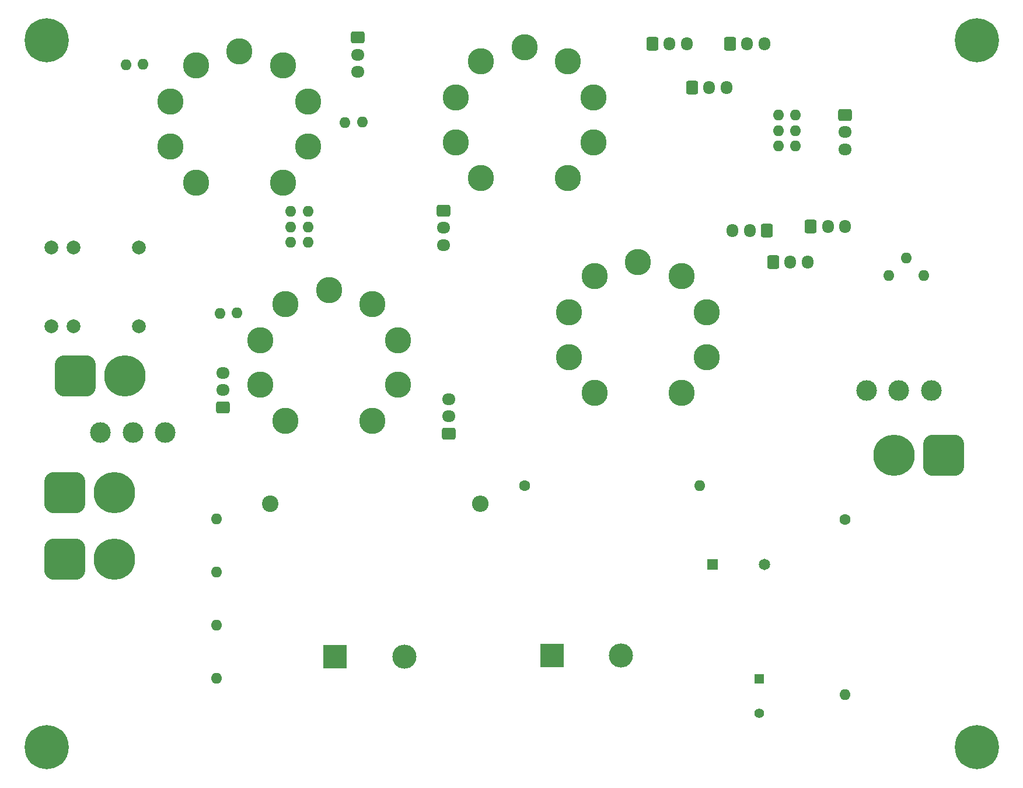
<source format=gbr>
%TF.GenerationSoftware,KiCad,Pcbnew,9.0.0*%
%TF.CreationDate,2025-03-24T09:17:14+01:00*%
%TF.ProjectId,PCB_Ampli,5043425f-416d-4706-9c69-2e6b69636164,rev?*%
%TF.SameCoordinates,Original*%
%TF.FileFunction,Soldermask,Bot*%
%TF.FilePolarity,Negative*%
%FSLAX46Y46*%
G04 Gerber Fmt 4.6, Leading zero omitted, Abs format (unit mm)*
G04 Created by KiCad (PCBNEW 9.0.0) date 2025-03-24 09:17:14*
%MOMM*%
%LPD*%
G01*
G04 APERTURE LIST*
G04 Aperture macros list*
%AMRoundRect*
0 Rectangle with rounded corners*
0 $1 Rounding radius*
0 $2 $3 $4 $5 $6 $7 $8 $9 X,Y pos of 4 corners*
0 Add a 4 corners polygon primitive as box body*
4,1,4,$2,$3,$4,$5,$6,$7,$8,$9,$2,$3,0*
0 Add four circle primitives for the rounded corners*
1,1,$1+$1,$2,$3*
1,1,$1+$1,$4,$5*
1,1,$1+$1,$6,$7*
1,1,$1+$1,$8,$9*
0 Add four rect primitives between the rounded corners*
20,1,$1+$1,$2,$3,$4,$5,0*
20,1,$1+$1,$4,$5,$6,$7,0*
20,1,$1+$1,$6,$7,$8,$9,0*
20,1,$1+$1,$8,$9,$2,$3,0*%
G04 Aperture macros list end*
%ADD10RoundRect,0.250000X-0.725000X0.600000X-0.725000X-0.600000X0.725000X-0.600000X0.725000X0.600000X0*%
%ADD11O,1.950000X1.700000*%
%ADD12O,1.600000X1.600000*%
%ADD13RoundRect,0.250000X-0.600000X-0.725000X0.600000X-0.725000X0.600000X0.725000X-0.600000X0.725000X0*%
%ADD14O,1.700000X1.950000*%
%ADD15C,3.810000*%
%ADD16C,1.600000*%
%ADD17R,3.500000X3.500000*%
%ADD18O,3.500000X3.500000*%
%ADD19RoundRect,1.500000X-1.500000X-1.500000X1.500000X-1.500000X1.500000X1.500000X-1.500000X1.500000X0*%
%ADD20C,6.000000*%
%ADD21C,0.800000*%
%ADD22C,6.400000*%
%ADD23C,3.000000*%
%ADD24R,1.400000X1.400000*%
%ADD25C,1.400000*%
%ADD26RoundRect,0.250000X0.725000X-0.600000X0.725000X0.600000X-0.725000X0.600000X-0.725000X-0.600000X0*%
%ADD27RoundRect,0.250000X0.600000X0.725000X-0.600000X0.725000X-0.600000X-0.725000X0.600000X-0.725000X0*%
%ADD28RoundRect,1.500000X1.500000X1.500000X-1.500000X1.500000X-1.500000X-1.500000X1.500000X-1.500000X0*%
%ADD29C,2.400000*%
%ADD30O,2.400000X2.400000*%
%ADD31R,1.650000X1.650000*%
%ADD32C,1.650000*%
%ADD33C,2.006600*%
G04 APERTURE END LIST*
D10*
%TO.C,J5*%
X145900000Y-48300000D03*
D11*
X145900000Y-50800000D03*
X145900000Y-53300000D03*
%TD*%
D12*
%TO.C,SW1*%
X65450000Y-62300000D03*
X65450000Y-64550000D03*
X65450000Y-66800000D03*
X67950000Y-62300000D03*
X67950000Y-64550000D03*
X67950000Y-66800000D03*
%TD*%
D13*
%TO.C,Vol2_high1*%
X140875000Y-64450000D03*
D14*
X143375000Y-64450000D03*
X145875000Y-64450000D03*
%TD*%
D10*
%TO.C,Gain1_Post1*%
X87600000Y-62150000D03*
D11*
X87600000Y-64650000D03*
X87600000Y-67150000D03*
%TD*%
D15*
%TO.C,12ax4*%
X109533000Y-88634800D03*
X105850000Y-83402400D03*
X105850000Y-76900000D03*
X109533000Y-71667600D03*
X115832200Y-69661000D03*
X122131400Y-71667600D03*
X125814400Y-76900000D03*
X125814400Y-83402400D03*
X122131400Y-88634800D03*
%TD*%
D13*
%TO.C,tone2*%
X135425000Y-69600000D03*
D14*
X137925000Y-69600000D03*
X140425000Y-69600000D03*
%TD*%
D16*
%TO.C,R63*%
X145900000Y-106950000D03*
D12*
X145900000Y-132350000D03*
%TD*%
D13*
%TO.C,Vol1_low2*%
X117900000Y-38000000D03*
D14*
X120400000Y-38000000D03*
X122900000Y-38000000D03*
%TD*%
D17*
%TO.C,C62*%
X103350000Y-126700000D03*
D18*
X113350000Y-126700000D03*
%TD*%
D12*
%TO.C,RV11*%
X152200000Y-71600000D03*
X154740000Y-69060000D03*
X157280000Y-71600000D03*
%TD*%
D19*
%TO.C,InSwitch1*%
X32650000Y-103100000D03*
D20*
X39850000Y-103100000D03*
%TD*%
D12*
%TO.C,C5*%
X73340000Y-49416700D03*
X75840000Y-49346700D03*
%TD*%
D21*
%TO.C,H2*%
X27600000Y-140000000D03*
X28302944Y-138302944D03*
X28302944Y-141697056D03*
X30000000Y-137600000D03*
D22*
X30000000Y-140000000D03*
D21*
X30000000Y-142400000D03*
X31697056Y-138302944D03*
X31697056Y-141697056D03*
X32400000Y-140000000D03*
%TD*%
%TO.C,H3*%
X162600000Y-37500000D03*
X163302944Y-35802944D03*
X163302944Y-39197056D03*
X165000000Y-35100000D03*
D22*
X165000000Y-37500000D03*
D21*
X165000000Y-39900000D03*
X166697056Y-35802944D03*
X166697056Y-39197056D03*
X167400000Y-37500000D03*
%TD*%
D23*
%TO.C,SW3*%
X37850000Y-94400000D03*
X42550000Y-94400000D03*
X47250000Y-94400000D03*
%TD*%
D12*
%TO.C,C2*%
X44050000Y-40946700D03*
X41550000Y-41016700D03*
%TD*%
D24*
%TO.C,C64*%
X133400000Y-130100000D03*
D25*
X133400000Y-135100000D03*
%TD*%
D26*
%TO.C,RV6*%
X55600000Y-90700000D03*
D11*
X55600000Y-88200000D03*
X55600000Y-85700000D03*
%TD*%
D15*
%TO.C,12ax1*%
X51700800Y-58086900D03*
X48017800Y-52854500D03*
X48017800Y-46352100D03*
X51700800Y-41119700D03*
X58000000Y-39113100D03*
X64299200Y-41119700D03*
X67982200Y-46352100D03*
X67982200Y-52854500D03*
X64299200Y-58086900D03*
%TD*%
D13*
%TO.C,tone1*%
X123650000Y-44300000D03*
D14*
X126150000Y-44300000D03*
X128650000Y-44300000D03*
%TD*%
D19*
%TO.C,OutSwitch1*%
X32650000Y-112700000D03*
D20*
X39850000Y-112700000D03*
%TD*%
D15*
%TO.C,12ax2*%
X93050800Y-57486900D03*
X89367800Y-52254500D03*
X89367800Y-45752100D03*
X93050800Y-40519700D03*
X99350000Y-38513100D03*
X105649200Y-40519700D03*
X109332200Y-45752100D03*
X109332200Y-52254500D03*
X105649200Y-57486900D03*
%TD*%
D12*
%TO.C,D1*%
X54650000Y-130000000D03*
X54650000Y-122300000D03*
X54650000Y-114600000D03*
X54650000Y-106900000D03*
%TD*%
D21*
%TO.C,H4*%
X162600000Y-140000000D03*
X163302944Y-138302944D03*
X163302944Y-141697056D03*
X165000000Y-137600000D03*
D22*
X165000000Y-140000000D03*
D21*
X165000000Y-142400000D03*
X166697056Y-138302944D03*
X166697056Y-141697056D03*
X167400000Y-140000000D03*
%TD*%
D15*
%TO.C,12ax3*%
X64700800Y-92683600D03*
X61017800Y-87451200D03*
X61017800Y-80948800D03*
X64700800Y-75716400D03*
X71000000Y-73709800D03*
X77299200Y-75716400D03*
X80982200Y-80948800D03*
X80982200Y-87451200D03*
X77299200Y-92683600D03*
%TD*%
D26*
%TO.C,Gain2_Post1*%
X88350000Y-94500000D03*
D11*
X88350000Y-92000000D03*
X88350000Y-89500000D03*
%TD*%
D12*
%TO.C,SW2*%
X136200000Y-48300000D03*
X136200000Y-50550000D03*
X136200000Y-52800000D03*
X138700000Y-48300000D03*
X138700000Y-50550000D03*
X138700000Y-52800000D03*
%TD*%
D27*
%TO.C,Vol2_low1*%
X134525000Y-65050000D03*
D14*
X132025000Y-65050000D03*
X129525000Y-65050000D03*
%TD*%
D28*
%TO.C,J3*%
X160190000Y-97700000D03*
D20*
X152990000Y-97700000D03*
%TD*%
D19*
%TO.C,J1*%
X34200000Y-86150000D03*
D20*
X41400000Y-86150000D03*
%TD*%
D10*
%TO.C,Gain1_before1*%
X75150000Y-37050000D03*
D11*
X75150000Y-39550000D03*
X75150000Y-42050000D03*
%TD*%
D13*
%TO.C,Vol1_high1*%
X129150000Y-38000000D03*
D14*
X131650000Y-38000000D03*
X134150000Y-38000000D03*
%TD*%
D23*
%TO.C,SW4*%
X158390000Y-88300000D03*
X153690000Y-88300000D03*
X148990000Y-88300000D03*
%TD*%
D29*
%TO.C,R61*%
X62505000Y-104700000D03*
D30*
X92985000Y-104700000D03*
%TD*%
D31*
%TO.C,C63*%
X126650000Y-113500000D03*
D32*
X134150000Y-113500000D03*
%TD*%
D12*
%TO.C,C20*%
X57650000Y-76980000D03*
X55150000Y-77050000D03*
%TD*%
D17*
%TO.C,C61*%
X71900000Y-126850000D03*
D18*
X81900000Y-126850000D03*
%TD*%
D16*
%TO.C,R62*%
X99350000Y-102100000D03*
D12*
X124750000Y-102100000D03*
%TD*%
D21*
%TO.C,H1*%
X27600000Y-37500000D03*
X28302944Y-35802944D03*
X28302944Y-39197056D03*
X30000000Y-35100000D03*
D22*
X30000000Y-37500000D03*
D21*
X30000000Y-39900000D03*
X31697056Y-35802944D03*
X31697056Y-39197056D03*
X32400000Y-37500000D03*
%TD*%
D33*
%TO.C,J2*%
X33941112Y-78931600D03*
X33941112Y-67501600D03*
X30741104Y-78931600D03*
X30741104Y-67501600D03*
X43441104Y-78931600D03*
X43441104Y-67501600D03*
%TD*%
M02*

</source>
